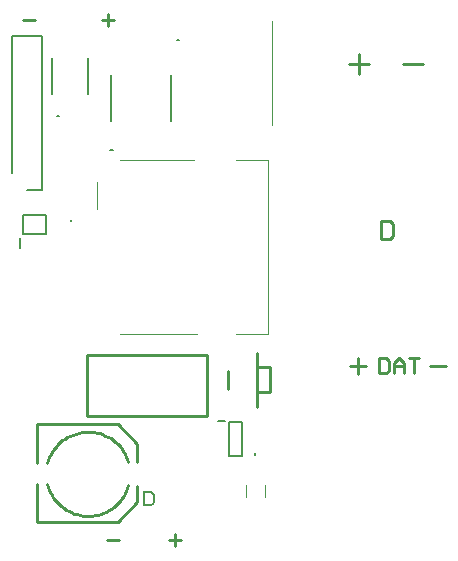
<source format=gto>
G04*
G04 #@! TF.GenerationSoftware,Altium Limited,Altium Designer,20.0.13 (296)*
G04*
G04 Layer_Color=65535*
%FSLAX25Y25*%
%MOIN*%
G70*
G01*
G75*
%ADD48C,0.01000*%
%ADD94C,0.00500*%
%ADD95C,0.00787*%
%ADD96C,0.00394*%
G36*
X598500Y467000D02*
D01*
D02*
G37*
G36*
X567647Y427113D02*
X567795Y427106D01*
X567943Y427091D01*
X568091Y427069D01*
X568217Y427047D01*
X568224D01*
X568239Y427039D01*
X568261D01*
X568291Y427025D01*
X568372Y427002D01*
X568476Y426965D01*
X568594Y426914D01*
X568720Y426847D01*
X568846Y426773D01*
X568964Y426677D01*
X568972Y426669D01*
X568979Y426662D01*
X569001Y426640D01*
X569031Y426618D01*
X569105Y426544D01*
X569194Y426440D01*
X569290Y426314D01*
X569394Y426166D01*
X569490Y425996D01*
X569571Y425804D01*
Y425796D01*
X569579Y425781D01*
X569593Y425752D01*
X569601Y425707D01*
X569623Y425656D01*
X569638Y425596D01*
X569653Y425530D01*
X569675Y425448D01*
X569697Y425367D01*
X569712Y425271D01*
X569749Y425064D01*
X569771Y424834D01*
X569778Y424583D01*
Y424575D01*
Y424560D01*
Y424523D01*
Y424486D01*
X569771Y424435D01*
Y424375D01*
X569764Y424235D01*
X569741Y424072D01*
X569719Y423902D01*
X569682Y423724D01*
X569638Y423547D01*
Y423539D01*
X569630Y423524D01*
X569623Y423502D01*
X569616Y423473D01*
X569586Y423391D01*
X569542Y423288D01*
X569497Y423169D01*
X569438Y423051D01*
X569364Y422925D01*
X569290Y422807D01*
X569283Y422792D01*
X569253Y422755D01*
X569209Y422703D01*
X569149Y422636D01*
X569083Y422562D01*
X569001Y422488D01*
X568920Y422407D01*
X568824Y422340D01*
X568809Y422333D01*
X568779Y422311D01*
X568728Y422281D01*
X568654Y422244D01*
X568565Y422200D01*
X568461Y422163D01*
X568343Y422118D01*
X568210Y422081D01*
X568195D01*
X568173Y422074D01*
X568150Y422067D01*
X568076Y422059D01*
X567973Y422044D01*
X567854Y422030D01*
X567714Y422015D01*
X567558Y422007D01*
X567388Y422000D01*
X565546D01*
Y427121D01*
X567514D01*
X567647Y427113D01*
D02*
G37*
%LPC*%
G36*
X567410Y426514D02*
X566226D01*
Y422607D01*
X567440D01*
X567492Y422614D01*
X567603Y422622D01*
X567729Y422629D01*
X567862Y422644D01*
X567995Y422666D01*
X568106Y422696D01*
X568121Y422703D01*
X568158Y422710D01*
X568210Y422733D01*
X568276Y422762D01*
X568350Y422807D01*
X568424Y422851D01*
X568498Y422903D01*
X568572Y422962D01*
X568580Y422977D01*
X568609Y423006D01*
X568654Y423058D01*
X568705Y423132D01*
X568765Y423228D01*
X568831Y423339D01*
X568890Y423465D01*
X568942Y423606D01*
Y423613D01*
X568950Y423628D01*
X568957Y423650D01*
X568964Y423680D01*
X568972Y423717D01*
X568987Y423769D01*
X569001Y423820D01*
X569016Y423880D01*
X569038Y424028D01*
X569061Y424198D01*
X569075Y424390D01*
X569083Y424597D01*
Y424605D01*
Y424634D01*
Y424671D01*
X569075Y424731D01*
Y424797D01*
X569068Y424871D01*
X569061Y424960D01*
X569053Y425049D01*
X569016Y425249D01*
X568972Y425456D01*
X568905Y425648D01*
X568861Y425744D01*
X568816Y425826D01*
Y425833D01*
X568802Y425848D01*
X568787Y425870D01*
X568772Y425900D01*
X568713Y425974D01*
X568639Y426063D01*
X568543Y426159D01*
X568432Y426255D01*
X568306Y426336D01*
X568173Y426403D01*
X568158Y426410D01*
X568121Y426418D01*
X568054Y426440D01*
X567958Y426462D01*
X567840Y426477D01*
X567692Y426499D01*
X567603Y426507D01*
X567507D01*
X567410Y426514D01*
D02*
G37*
%LPD*%
D48*
X560740Y436689D02*
X560428Y437649D01*
X560047Y438585D01*
X559599Y439491D01*
X559088Y440363D01*
X558515Y441195D01*
X557883Y441984D01*
X557197Y442725D01*
X556459Y443415D01*
X555672Y444049D01*
X554843Y444626D01*
X553973Y445141D01*
X553069Y445592D01*
X552135Y445977D01*
X551176Y446293D01*
X550196Y446540D01*
X549201Y446715D01*
X548196Y446818D01*
X547186Y446849D01*
X546176Y446806D01*
X545172Y446691D01*
X544179Y446504D01*
X543203Y446245D01*
X542247Y445917D01*
X541318Y445521D01*
X540419Y445059D01*
X539556Y444534D01*
X538733Y443947D01*
X537955Y443303D01*
X537225Y442604D01*
X536547Y441855D01*
X535925Y441059D01*
X535362Y440220D01*
X534862Y439342D01*
X534425Y438431D01*
X534056Y437491D01*
X533755Y436526D01*
X533679Y429442D02*
X533954Y428488D01*
X534296Y427556D01*
X534703Y426650D01*
X535173Y425775D01*
X535704Y424935D01*
X536293Y424136D01*
X536938Y423380D01*
X537634Y422672D01*
X538378Y422015D01*
X539168Y421412D01*
X539998Y420867D01*
X540864Y420381D01*
X541763Y419959D01*
X542689Y419601D01*
X543639Y419310D01*
X544607Y419087D01*
X545588Y418932D01*
X546577Y418848D01*
X547570Y418834D01*
X548562Y418891D01*
X549547Y419017D01*
X550521Y419213D01*
X551478Y419478D01*
X552414Y419810D01*
X553324Y420207D01*
X554204Y420668D01*
X555049Y421189D01*
X555855Y421770D01*
X556618Y422406D01*
X557333Y423094D01*
X557999Y423832D01*
X558610Y424614D01*
X559164Y425439D01*
X559659Y426300D01*
X560091Y427194D01*
X560459Y428117D01*
X560760Y429063D01*
X606500Y460000D02*
X608000D01*
X603500D02*
X604250D01*
X606500D01*
X608000D02*
Y468500D01*
X603500D02*
X608000D01*
X603500Y455000D02*
Y473000D01*
X594000Y461000D02*
Y467000D01*
X547000Y452000D02*
Y472500D01*
Y452000D02*
X587000D01*
Y472500D01*
X547000D02*
X587000D01*
X563770Y436840D02*
Y442840D01*
X557270Y449340D02*
X563770Y442840D01*
X530270Y449340D02*
X557270D01*
X530270Y436340D02*
Y449340D01*
Y416840D02*
Y429340D01*
Y416840D02*
X531770D01*
X557270D01*
X563770Y423340D01*
Y428840D01*
X552000Y583999D02*
X555999D01*
X553999Y585998D02*
Y582000D01*
X525500Y583999D02*
X529499D01*
X578329Y410728D02*
X574330D01*
X576329Y408728D02*
Y412727D01*
X557539Y410613D02*
X553540D01*
X644860Y517156D02*
Y511158D01*
X647859D01*
X648858Y512157D01*
Y516156D01*
X647859Y517156D01*
X644860D01*
X652289Y569369D02*
X658954D01*
X634321Y569467D02*
X640986D01*
X637654Y572800D02*
Y566135D01*
X661165Y468883D02*
X666497D01*
X644165Y471383D02*
Y466384D01*
X646664D01*
X647498Y467217D01*
Y470550D01*
X646664Y471383D01*
X644165D01*
X649164Y466384D02*
Y469717D01*
X650830Y471383D01*
X652496Y469717D01*
Y466384D01*
Y468883D01*
X649164D01*
X654162Y471383D02*
X657494D01*
X655828D01*
Y466384D01*
X634665Y468883D02*
X639997D01*
X637331Y471549D02*
Y466217D01*
D94*
X547382Y559394D02*
Y571598D01*
X535177Y559394D02*
Y571598D01*
X574941Y550323D02*
Y565677D01*
X555059Y550323D02*
Y565677D01*
D95*
X603000Y439661D02*
Y439268D01*
Y439661D01*
Y439268D01*
X537736Y552110D02*
X536949D01*
X537736D01*
X555532Y540854D02*
X554744D01*
X555532D01*
X577685Y577500D02*
X576898D01*
X577685D01*
X541772Y517150D02*
Y517543D01*
Y517150D01*
Y517543D01*
X590693Y450445D02*
X592957D01*
X594335Y438791D02*
Y450209D01*
Y438791D02*
X598665D01*
Y450209D01*
X594335D02*
X598665D01*
X524579Y508126D02*
Y511472D01*
X525563Y512850D02*
X533437D01*
Y519150D01*
X525563D02*
X533437D01*
X525563Y512850D02*
Y519150D01*
X527000Y527311D02*
X532000D01*
Y578689D01*
X522000D02*
X532000D01*
X522000Y533000D02*
Y578689D01*
D96*
X606150Y425095D02*
Y429032D01*
Y425095D02*
Y429032D01*
X599850Y425095D02*
Y429032D01*
Y425095D02*
Y429032D01*
X608787Y549075D02*
Y583681D01*
X558110Y479453D02*
X583701D01*
X558110D02*
X583701D01*
X596496D02*
X607323D01*
X596496D02*
X607323D01*
Y537524D01*
Y479453D02*
Y537524D01*
X596496D02*
X607323D01*
X596496D02*
X607323D01*
X558110D02*
X582717D01*
X558110D02*
X582717D01*
X550236Y521087D02*
Y529945D01*
Y521087D02*
Y529945D01*
M02*

</source>
